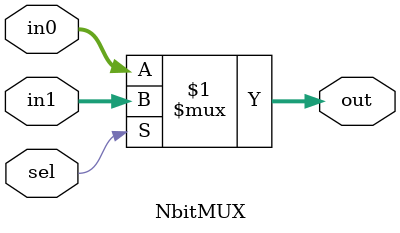
<source format=v>
`timescale 1ns / 1ps


module NbitMUX #(parameter N = 32)(
    input [N-1:0]in0,
    input [N-1:0]in1,
    input sel,
    output [N-1:0]out
    );
    
    assign out = sel ? in1 : in0;
    
endmodule

</source>
